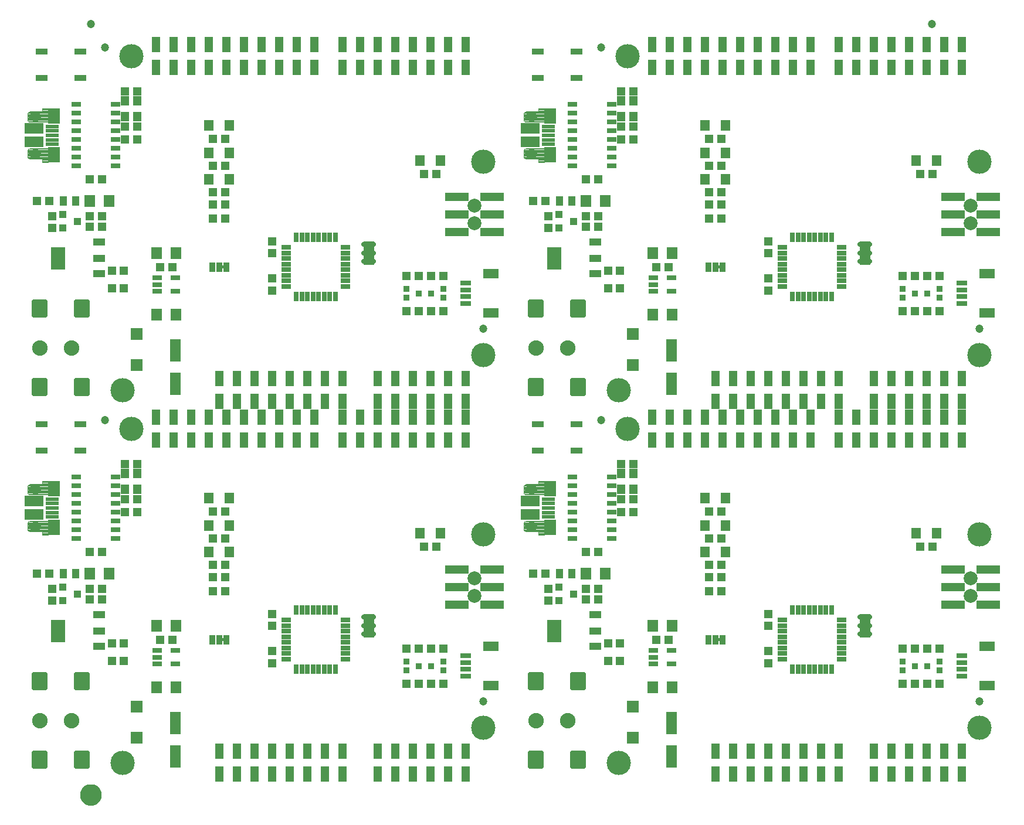
<source format=gts>
G75*
%MOIN*%
%OFA0B0*%
%FSLAX25Y25*%
%IPPOS*%
%LPD*%
%AMOC8*
5,1,8,0,0,1.08239X$1,22.5*
%
%ADD10R,0.04737X0.05131*%
%ADD11R,0.05131X0.04737*%
%ADD12R,0.06312X0.07099*%
%ADD13R,0.06312X0.12611*%
%ADD14R,0.04343X0.03950*%
%ADD15R,0.06800X0.04000*%
%ADD16R,0.08300X0.13100*%
%ADD17C,0.13800*%
%ADD18C,0.04737*%
%ADD19R,0.04737X0.08674*%
%ADD20C,0.02572*%
%ADD21R,0.06040X0.13760*%
%ADD22C,0.07887*%
%ADD23R,0.13280X0.04737*%
%ADD24R,0.05524X0.06312*%
%ADD25R,0.06800X0.03800*%
%ADD26R,0.06587X0.06800*%
%ADD27R,0.03950X0.05524*%
%ADD28C,0.02602*%
%ADD29C,0.08800*%
%ADD30R,0.03556X0.03556*%
%ADD31R,0.05800X0.03000*%
%ADD32R,0.03000X0.05800*%
%ADD33R,0.05524X0.02965*%
%ADD34R,0.05524X0.03162*%
%ADD35R,0.05131X0.05524*%
%ADD36R,0.07690X0.02375*%
%ADD37R,0.06548X0.08674*%
%ADD38R,0.10643X0.06410*%
%ADD39C,0.04737*%
%ADD40C,0.05131*%
%ADD41C,0.03556*%
%ADD42C,0.00400*%
%ADD43C,0.03398*%
%ADD44R,0.03300X0.05800*%
%ADD45C,0.00500*%
%ADD46R,0.08674X0.05524*%
%ADD47R,0.06115X0.03162*%
%ADD48C,0.05000*%
%ADD49C,0.06706*%
D10*
X0053750Y0130904D03*
X0053750Y0137596D03*
X0178750Y0123317D03*
X0178750Y0116624D03*
X0178750Y0102096D03*
X0178750Y0095404D03*
X0335750Y0130904D03*
X0335750Y0137596D03*
X0460750Y0123317D03*
X0460750Y0116624D03*
X0460750Y0102096D03*
X0460750Y0095404D03*
X0460750Y0307404D03*
X0460750Y0314096D03*
X0460750Y0328624D03*
X0460750Y0335317D03*
X0335750Y0342904D03*
X0335750Y0349596D03*
X0178750Y0335317D03*
X0178750Y0328624D03*
X0178750Y0314096D03*
X0178750Y0307404D03*
X0053750Y0342904D03*
X0053750Y0349596D03*
D11*
X0052096Y0358250D03*
X0045404Y0358250D03*
X0075404Y0349750D03*
X0075404Y0343750D03*
X0082096Y0343750D03*
X0082096Y0349750D03*
X0082096Y0370750D03*
X0075404Y0370750D03*
X0095404Y0393250D03*
X0102096Y0393250D03*
X0102096Y0400750D03*
X0095404Y0400750D03*
X0095404Y0420750D03*
X0102096Y0420750D03*
X0145404Y0393750D03*
X0152096Y0393750D03*
X0152096Y0378250D03*
X0145404Y0378250D03*
X0145404Y0363250D03*
X0152096Y0363250D03*
X0152096Y0356250D03*
X0145404Y0356250D03*
X0145404Y0348250D03*
X0152096Y0348250D03*
X0122096Y0320750D03*
X0115404Y0320750D03*
X0094596Y0318750D03*
X0087904Y0318750D03*
X0087904Y0308750D03*
X0094596Y0308750D03*
X0095404Y0208750D03*
X0102096Y0208750D03*
X0102096Y0188750D03*
X0095404Y0188750D03*
X0095404Y0181250D03*
X0102096Y0181250D03*
X0082096Y0158750D03*
X0075404Y0158750D03*
X0052096Y0146250D03*
X0045404Y0146250D03*
X0075404Y0137750D03*
X0075404Y0131750D03*
X0082096Y0131750D03*
X0082096Y0137750D03*
X0087904Y0106750D03*
X0094596Y0106750D03*
X0094596Y0096750D03*
X0087904Y0096750D03*
X0115404Y0108750D03*
X0122096Y0108750D03*
X0145404Y0136250D03*
X0152096Y0136250D03*
X0152096Y0144250D03*
X0145404Y0144250D03*
X0145404Y0151250D03*
X0152096Y0151250D03*
X0152096Y0166250D03*
X0145404Y0166250D03*
X0145404Y0181750D03*
X0152096Y0181750D03*
X0255404Y0103750D03*
X0262096Y0103750D03*
X0269404Y0103750D03*
X0276096Y0103750D03*
X0276096Y0083750D03*
X0269404Y0083750D03*
X0262096Y0083750D03*
X0255404Y0083750D03*
X0327404Y0146250D03*
X0334096Y0146250D03*
X0357404Y0137750D03*
X0357404Y0131750D03*
X0364096Y0131750D03*
X0364096Y0137750D03*
X0364096Y0158750D03*
X0357404Y0158750D03*
X0377404Y0181250D03*
X0384096Y0181250D03*
X0384096Y0188750D03*
X0377404Y0188750D03*
X0377404Y0208750D03*
X0384096Y0208750D03*
X0427404Y0181750D03*
X0434096Y0181750D03*
X0434096Y0166250D03*
X0427404Y0166250D03*
X0427404Y0151250D03*
X0434096Y0151250D03*
X0434096Y0144250D03*
X0427404Y0144250D03*
X0427404Y0136250D03*
X0434096Y0136250D03*
X0404096Y0108750D03*
X0397404Y0108750D03*
X0376596Y0106750D03*
X0369904Y0106750D03*
X0369904Y0096750D03*
X0376596Y0096750D03*
X0272096Y0161750D03*
X0265404Y0161750D03*
X0262096Y0295750D03*
X0255404Y0295750D03*
X0269404Y0295750D03*
X0276096Y0295750D03*
X0276096Y0315750D03*
X0269404Y0315750D03*
X0262096Y0315750D03*
X0255404Y0315750D03*
X0327404Y0358250D03*
X0334096Y0358250D03*
X0357404Y0349750D03*
X0357404Y0343750D03*
X0364096Y0343750D03*
X0364096Y0349750D03*
X0364096Y0370750D03*
X0357404Y0370750D03*
X0377404Y0393250D03*
X0384096Y0393250D03*
X0384096Y0400750D03*
X0377404Y0400750D03*
X0377404Y0420750D03*
X0384096Y0420750D03*
X0427404Y0393750D03*
X0434096Y0393750D03*
X0434096Y0378250D03*
X0427404Y0378250D03*
X0427404Y0363250D03*
X0434096Y0363250D03*
X0434096Y0356250D03*
X0427404Y0356250D03*
X0427404Y0348250D03*
X0434096Y0348250D03*
X0404096Y0320750D03*
X0397404Y0320750D03*
X0376596Y0318750D03*
X0369904Y0318750D03*
X0369904Y0308750D03*
X0376596Y0308750D03*
X0272096Y0373750D03*
X0265404Y0373750D03*
X0537404Y0315750D03*
X0544096Y0315750D03*
X0551404Y0315750D03*
X0558096Y0315750D03*
X0558096Y0295750D03*
X0551404Y0295750D03*
X0544096Y0295750D03*
X0537404Y0295750D03*
X0547404Y0373750D03*
X0554096Y0373750D03*
X0554096Y0161750D03*
X0547404Y0161750D03*
X0544096Y0103750D03*
X0537404Y0103750D03*
X0551404Y0103750D03*
X0558096Y0103750D03*
X0558096Y0083750D03*
X0551404Y0083750D03*
X0544096Y0083750D03*
X0537404Y0083750D03*
D12*
X0406262Y0081750D03*
X0395238Y0081750D03*
X0395238Y0116750D03*
X0406262Y0116750D03*
X0368262Y0146250D03*
X0357238Y0146250D03*
X0395238Y0293750D03*
X0406262Y0293750D03*
X0406262Y0328750D03*
X0395238Y0328750D03*
X0368262Y0358250D03*
X0357238Y0358250D03*
X0124262Y0328750D03*
X0113238Y0328750D03*
X0086262Y0358250D03*
X0075238Y0358250D03*
X0113238Y0293750D03*
X0124262Y0293750D03*
X0086262Y0146250D03*
X0075238Y0146250D03*
X0113238Y0116750D03*
X0124262Y0116750D03*
X0124262Y0081750D03*
X0113238Y0081750D03*
D13*
X0123750Y0061199D03*
X0123750Y0042301D03*
X0405750Y0042301D03*
X0405750Y0061199D03*
X0405750Y0254301D03*
X0405750Y0273199D03*
X0123750Y0273199D03*
X0123750Y0254301D03*
D14*
X0068081Y0346750D03*
X0059813Y0350490D03*
X0059813Y0343010D03*
X0059813Y0138490D03*
X0059813Y0131010D03*
X0068081Y0134750D03*
X0341813Y0131010D03*
X0341813Y0138490D03*
X0350081Y0134750D03*
X0341813Y0343010D03*
X0341813Y0350490D03*
X0350081Y0346750D03*
D15*
X0362640Y0334760D03*
X0362640Y0325750D03*
X0362640Y0316810D03*
X0362640Y0122760D03*
X0362640Y0113750D03*
X0362640Y0104810D03*
X0080640Y0104810D03*
X0080640Y0113750D03*
X0080640Y0122760D03*
X0080640Y0316810D03*
X0080640Y0325750D03*
X0080640Y0334760D03*
D16*
X0057250Y0325750D03*
X0339250Y0325750D03*
X0339250Y0113750D03*
X0057250Y0113750D03*
D17*
X0093750Y0038750D03*
X0298750Y0058750D03*
X0375750Y0038750D03*
X0298750Y0168750D03*
X0380750Y0228750D03*
X0375750Y0250750D03*
X0298750Y0270750D03*
X0298750Y0380750D03*
X0380750Y0440750D03*
X0580750Y0380750D03*
X0580750Y0270750D03*
X0580750Y0168750D03*
X0580750Y0058750D03*
X0098750Y0228750D03*
X0093750Y0250750D03*
X0098750Y0440750D03*
D18*
X0083750Y0445750D03*
X0075750Y0459000D03*
X0298750Y0285750D03*
X0365750Y0233750D03*
X0298750Y0073750D03*
X0083750Y0233750D03*
X0365750Y0445750D03*
X0553750Y0459000D03*
X0580750Y0285750D03*
X0580750Y0073750D03*
D19*
X0570750Y0045246D03*
X0560750Y0045246D03*
X0550750Y0045246D03*
X0540750Y0045246D03*
X0530750Y0045246D03*
X0520750Y0045246D03*
X0520750Y0032254D03*
X0530750Y0032254D03*
X0540750Y0032254D03*
X0550750Y0032254D03*
X0560750Y0032254D03*
X0570750Y0032254D03*
X0500750Y0032254D03*
X0490750Y0032254D03*
X0480750Y0032254D03*
X0470750Y0032254D03*
X0460750Y0032254D03*
X0450750Y0032254D03*
X0440750Y0032254D03*
X0430750Y0032254D03*
X0430750Y0045246D03*
X0440750Y0045246D03*
X0450750Y0045246D03*
X0460750Y0045246D03*
X0470750Y0045246D03*
X0480750Y0045246D03*
X0490750Y0045246D03*
X0500750Y0045246D03*
X0288750Y0045246D03*
X0278750Y0045246D03*
X0268750Y0045246D03*
X0258750Y0045246D03*
X0248750Y0045246D03*
X0238750Y0045246D03*
X0238750Y0032254D03*
X0248750Y0032254D03*
X0258750Y0032254D03*
X0268750Y0032254D03*
X0278750Y0032254D03*
X0288750Y0032254D03*
X0218750Y0032254D03*
X0208750Y0032254D03*
X0198750Y0032254D03*
X0188750Y0032254D03*
X0178750Y0032254D03*
X0168750Y0032254D03*
X0158750Y0032254D03*
X0148750Y0032254D03*
X0148750Y0045246D03*
X0158750Y0045246D03*
X0168750Y0045246D03*
X0178750Y0045246D03*
X0188750Y0045246D03*
X0198750Y0045246D03*
X0208750Y0045246D03*
X0218750Y0045246D03*
X0218750Y0222254D03*
X0228750Y0222254D03*
X0238750Y0222254D03*
X0248750Y0222254D03*
X0258750Y0222254D03*
X0268750Y0222254D03*
X0278750Y0222254D03*
X0288750Y0222254D03*
X0288750Y0235246D03*
X0278750Y0235246D03*
X0278750Y0244254D03*
X0288750Y0244254D03*
X0288750Y0257246D03*
X0278750Y0257246D03*
X0268750Y0257246D03*
X0258750Y0257246D03*
X0248750Y0257246D03*
X0238750Y0257246D03*
X0238750Y0244254D03*
X0238750Y0235246D03*
X0228750Y0235246D03*
X0218750Y0235246D03*
X0218750Y0244254D03*
X0208750Y0244254D03*
X0198750Y0244254D03*
X0202750Y0235246D03*
X0192750Y0235246D03*
X0188750Y0244254D03*
X0178750Y0244254D03*
X0182750Y0235246D03*
X0172750Y0235246D03*
X0168750Y0244254D03*
X0158750Y0244254D03*
X0148750Y0244254D03*
X0152750Y0235246D03*
X0142750Y0235246D03*
X0132750Y0235246D03*
X0122750Y0235246D03*
X0112750Y0235246D03*
X0112750Y0222254D03*
X0122750Y0222254D03*
X0132750Y0222254D03*
X0142750Y0222254D03*
X0152750Y0222254D03*
X0162750Y0222254D03*
X0172750Y0222254D03*
X0182750Y0222254D03*
X0192750Y0222254D03*
X0202750Y0222254D03*
X0162750Y0235246D03*
X0158750Y0257246D03*
X0148750Y0257246D03*
X0168750Y0257246D03*
X0178750Y0257246D03*
X0188750Y0257246D03*
X0198750Y0257246D03*
X0208750Y0257246D03*
X0218750Y0257246D03*
X0248750Y0244254D03*
X0258750Y0244254D03*
X0268750Y0244254D03*
X0268750Y0235246D03*
X0258750Y0235246D03*
X0248750Y0235246D03*
X0394750Y0235246D03*
X0404750Y0235246D03*
X0414750Y0235246D03*
X0424750Y0235246D03*
X0434750Y0235246D03*
X0444750Y0235246D03*
X0440750Y0244254D03*
X0450750Y0244254D03*
X0454750Y0235246D03*
X0464750Y0235246D03*
X0460750Y0244254D03*
X0470750Y0244254D03*
X0480750Y0244254D03*
X0484750Y0235246D03*
X0474750Y0235246D03*
X0490750Y0244254D03*
X0500750Y0244254D03*
X0500750Y0235246D03*
X0510750Y0235246D03*
X0520750Y0235246D03*
X0530750Y0235246D03*
X0530750Y0244254D03*
X0520750Y0244254D03*
X0520750Y0257246D03*
X0530750Y0257246D03*
X0540750Y0257246D03*
X0550750Y0257246D03*
X0560750Y0257246D03*
X0570750Y0257246D03*
X0570750Y0244254D03*
X0560750Y0244254D03*
X0560750Y0235246D03*
X0570750Y0235246D03*
X0570750Y0222254D03*
X0560750Y0222254D03*
X0550750Y0222254D03*
X0540750Y0222254D03*
X0530750Y0222254D03*
X0520750Y0222254D03*
X0510750Y0222254D03*
X0500750Y0222254D03*
X0484750Y0222254D03*
X0474750Y0222254D03*
X0464750Y0222254D03*
X0454750Y0222254D03*
X0444750Y0222254D03*
X0434750Y0222254D03*
X0424750Y0222254D03*
X0414750Y0222254D03*
X0404750Y0222254D03*
X0394750Y0222254D03*
X0430750Y0244254D03*
X0430750Y0257246D03*
X0440750Y0257246D03*
X0450750Y0257246D03*
X0460750Y0257246D03*
X0470750Y0257246D03*
X0480750Y0257246D03*
X0490750Y0257246D03*
X0500750Y0257246D03*
X0540750Y0244254D03*
X0550750Y0244254D03*
X0550750Y0235246D03*
X0540750Y0235246D03*
X0540750Y0434254D03*
X0550750Y0434254D03*
X0560750Y0434254D03*
X0570750Y0434254D03*
X0570750Y0447246D03*
X0560750Y0447246D03*
X0550750Y0447246D03*
X0540750Y0447246D03*
X0530750Y0447246D03*
X0520750Y0447246D03*
X0510750Y0447246D03*
X0500750Y0447246D03*
X0484750Y0447246D03*
X0474750Y0447246D03*
X0464750Y0447246D03*
X0454750Y0447246D03*
X0444750Y0447246D03*
X0434750Y0447246D03*
X0424750Y0447246D03*
X0414750Y0447246D03*
X0404750Y0447246D03*
X0394750Y0447246D03*
X0394750Y0434254D03*
X0404750Y0434254D03*
X0414750Y0434254D03*
X0424750Y0434254D03*
X0434750Y0434254D03*
X0444750Y0434254D03*
X0454750Y0434254D03*
X0464750Y0434254D03*
X0474750Y0434254D03*
X0484750Y0434254D03*
X0500750Y0434254D03*
X0510750Y0434254D03*
X0520750Y0434254D03*
X0530750Y0434254D03*
X0288750Y0434254D03*
X0278750Y0434254D03*
X0268750Y0434254D03*
X0258750Y0434254D03*
X0248750Y0434254D03*
X0238750Y0434254D03*
X0228750Y0434254D03*
X0218750Y0434254D03*
X0202750Y0434254D03*
X0192750Y0434254D03*
X0182750Y0434254D03*
X0172750Y0434254D03*
X0162750Y0434254D03*
X0152750Y0434254D03*
X0142750Y0434254D03*
X0132750Y0434254D03*
X0122750Y0434254D03*
X0112750Y0434254D03*
X0112750Y0447246D03*
X0122750Y0447246D03*
X0132750Y0447246D03*
X0142750Y0447246D03*
X0152750Y0447246D03*
X0162750Y0447246D03*
X0172750Y0447246D03*
X0182750Y0447246D03*
X0192750Y0447246D03*
X0202750Y0447246D03*
X0218750Y0447246D03*
X0228750Y0447246D03*
X0238750Y0447246D03*
X0248750Y0447246D03*
X0258750Y0447246D03*
X0268750Y0447246D03*
X0278750Y0447246D03*
X0288750Y0447246D03*
D20*
X0236614Y0333474D02*
X0230886Y0333474D01*
X0230886Y0328750D02*
X0236614Y0328750D01*
X0236614Y0324026D02*
X0230886Y0324026D01*
X0230886Y0121474D02*
X0236614Y0121474D01*
X0236614Y0116750D02*
X0230886Y0116750D01*
X0230886Y0112026D02*
X0236614Y0112026D01*
X0512886Y0112026D02*
X0518614Y0112026D01*
X0518614Y0116750D02*
X0512886Y0116750D01*
X0512886Y0121474D02*
X0518614Y0121474D01*
X0518614Y0324026D02*
X0512886Y0324026D01*
X0512886Y0328750D02*
X0518614Y0328750D01*
X0518614Y0333474D02*
X0512886Y0333474D01*
D21*
X0515760Y0328740D03*
X0233760Y0328740D03*
X0233760Y0116740D03*
X0515760Y0116740D03*
D22*
X0575750Y0133750D03*
X0575750Y0143750D03*
X0575750Y0345750D03*
X0575750Y0355750D03*
X0293750Y0355750D03*
X0293750Y0345750D03*
X0293750Y0143750D03*
X0293750Y0133750D03*
D23*
X0283750Y0128750D03*
X0283750Y0138750D03*
X0283750Y0148750D03*
X0303750Y0148750D03*
X0303750Y0138750D03*
X0303750Y0128750D03*
X0565750Y0128750D03*
X0565750Y0138750D03*
X0565750Y0148750D03*
X0585750Y0148750D03*
X0585750Y0138750D03*
X0585750Y0128750D03*
X0585750Y0340750D03*
X0585750Y0350750D03*
X0585750Y0360750D03*
X0565750Y0360750D03*
X0565750Y0350750D03*
X0565750Y0340750D03*
X0303750Y0340750D03*
X0303750Y0350750D03*
X0303750Y0360750D03*
X0283750Y0360750D03*
X0283750Y0350750D03*
X0283750Y0340750D03*
D24*
X0274656Y0381250D03*
X0262844Y0381250D03*
X0154656Y0385750D03*
X0142844Y0385750D03*
X0142844Y0370750D03*
X0154656Y0370750D03*
X0154656Y0401250D03*
X0142844Y0401250D03*
X0424844Y0401250D03*
X0436656Y0401250D03*
X0436656Y0385750D03*
X0424844Y0385750D03*
X0424844Y0370750D03*
X0436656Y0370750D03*
X0544844Y0381250D03*
X0556656Y0381250D03*
X0436656Y0189250D03*
X0424844Y0189250D03*
X0424844Y0173750D03*
X0436656Y0173750D03*
X0436656Y0158750D03*
X0424844Y0158750D03*
X0544844Y0169250D03*
X0556656Y0169250D03*
X0274656Y0169250D03*
X0262844Y0169250D03*
X0154656Y0173750D03*
X0142844Y0173750D03*
X0142844Y0158750D03*
X0154656Y0158750D03*
X0154656Y0189250D03*
X0142844Y0189250D03*
D25*
X0069750Y0216250D03*
X0069750Y0231250D03*
X0047750Y0231250D03*
X0047750Y0216250D03*
X0329750Y0216250D03*
X0329750Y0231250D03*
X0351750Y0231250D03*
X0351750Y0216250D03*
X0351750Y0428250D03*
X0351750Y0443250D03*
X0329750Y0443250D03*
X0329750Y0428250D03*
X0069750Y0428250D03*
X0069750Y0443250D03*
X0047750Y0443250D03*
X0047750Y0428250D03*
D26*
X0101750Y0282715D03*
X0101750Y0264785D03*
X0101750Y0070715D03*
X0101750Y0052785D03*
X0383750Y0052785D03*
X0383750Y0070715D03*
X0383750Y0264785D03*
X0383750Y0282715D03*
D27*
X0349293Y0358250D03*
X0342207Y0358250D03*
X0067293Y0358250D03*
X0060207Y0358250D03*
X0060207Y0146250D03*
X0067293Y0146250D03*
X0342207Y0146250D03*
X0349293Y0146250D03*
D28*
X0049786Y0036486D02*
X0043714Y0036486D01*
X0043714Y0044132D01*
X0049786Y0044132D01*
X0049786Y0036486D01*
X0049786Y0039087D02*
X0043714Y0039087D01*
X0043714Y0041688D02*
X0049786Y0041688D01*
X0067730Y0036486D02*
X0073802Y0036486D01*
X0067730Y0036486D02*
X0067730Y0044132D01*
X0073802Y0044132D01*
X0073802Y0036486D01*
X0073802Y0039087D02*
X0067730Y0039087D01*
X0067730Y0041688D02*
X0073802Y0041688D01*
X0073802Y0081368D02*
X0067730Y0081368D01*
X0067730Y0089014D01*
X0073802Y0089014D01*
X0073802Y0081368D01*
X0073802Y0083969D02*
X0067730Y0083969D01*
X0067730Y0086570D02*
X0073802Y0086570D01*
X0049786Y0081368D02*
X0043714Y0081368D01*
X0043714Y0089014D01*
X0049786Y0089014D01*
X0049786Y0081368D01*
X0049786Y0083969D02*
X0043714Y0083969D01*
X0043714Y0086570D02*
X0049786Y0086570D01*
X0049786Y0248486D02*
X0043714Y0248486D01*
X0043714Y0256132D01*
X0049786Y0256132D01*
X0049786Y0248486D01*
X0049786Y0251087D02*
X0043714Y0251087D01*
X0043714Y0253688D02*
X0049786Y0253688D01*
X0067730Y0248486D02*
X0073802Y0248486D01*
X0067730Y0248486D02*
X0067730Y0256132D01*
X0073802Y0256132D01*
X0073802Y0248486D01*
X0073802Y0251087D02*
X0067730Y0251087D01*
X0067730Y0253688D02*
X0073802Y0253688D01*
X0073802Y0293368D02*
X0067730Y0293368D01*
X0067730Y0301014D01*
X0073802Y0301014D01*
X0073802Y0293368D01*
X0073802Y0295969D02*
X0067730Y0295969D01*
X0067730Y0298570D02*
X0073802Y0298570D01*
X0049786Y0293368D02*
X0043714Y0293368D01*
X0043714Y0301014D01*
X0049786Y0301014D01*
X0049786Y0293368D01*
X0049786Y0295969D02*
X0043714Y0295969D01*
X0043714Y0298570D02*
X0049786Y0298570D01*
X0325714Y0293368D02*
X0331786Y0293368D01*
X0325714Y0293368D02*
X0325714Y0301014D01*
X0331786Y0301014D01*
X0331786Y0293368D01*
X0331786Y0295969D02*
X0325714Y0295969D01*
X0325714Y0298570D02*
X0331786Y0298570D01*
X0349730Y0293368D02*
X0355802Y0293368D01*
X0349730Y0293368D02*
X0349730Y0301014D01*
X0355802Y0301014D01*
X0355802Y0293368D01*
X0355802Y0295969D02*
X0349730Y0295969D01*
X0349730Y0298570D02*
X0355802Y0298570D01*
X0355802Y0248486D02*
X0349730Y0248486D01*
X0349730Y0256132D01*
X0355802Y0256132D01*
X0355802Y0248486D01*
X0355802Y0251087D02*
X0349730Y0251087D01*
X0349730Y0253688D02*
X0355802Y0253688D01*
X0331786Y0248486D02*
X0325714Y0248486D01*
X0325714Y0256132D01*
X0331786Y0256132D01*
X0331786Y0248486D01*
X0331786Y0251087D02*
X0325714Y0251087D01*
X0325714Y0253688D02*
X0331786Y0253688D01*
X0331786Y0081368D02*
X0325714Y0081368D01*
X0325714Y0089014D01*
X0331786Y0089014D01*
X0331786Y0081368D01*
X0331786Y0083969D02*
X0325714Y0083969D01*
X0325714Y0086570D02*
X0331786Y0086570D01*
X0349730Y0081368D02*
X0355802Y0081368D01*
X0349730Y0081368D02*
X0349730Y0089014D01*
X0355802Y0089014D01*
X0355802Y0081368D01*
X0355802Y0083969D02*
X0349730Y0083969D01*
X0349730Y0086570D02*
X0355802Y0086570D01*
X0355802Y0036486D02*
X0349730Y0036486D01*
X0349730Y0044132D01*
X0355802Y0044132D01*
X0355802Y0036486D01*
X0355802Y0039087D02*
X0349730Y0039087D01*
X0349730Y0041688D02*
X0355802Y0041688D01*
X0331786Y0036486D02*
X0325714Y0036486D01*
X0325714Y0044132D01*
X0331786Y0044132D01*
X0331786Y0036486D01*
X0331786Y0039087D02*
X0325714Y0039087D01*
X0325714Y0041688D02*
X0331786Y0041688D01*
D29*
X0328750Y0062750D03*
X0346750Y0062750D03*
X0064750Y0062750D03*
X0046750Y0062750D03*
X0046750Y0274750D03*
X0064750Y0274750D03*
X0328750Y0274750D03*
X0346750Y0274750D03*
D30*
X0276392Y0303191D03*
X0276392Y0308309D03*
X0269108Y0305750D03*
X0262392Y0305750D03*
X0255108Y0308309D03*
X0255108Y0303191D03*
X0537108Y0303191D03*
X0537108Y0308309D03*
X0544392Y0305750D03*
X0551108Y0305750D03*
X0558392Y0308309D03*
X0558392Y0303191D03*
X0558392Y0096309D03*
X0558392Y0091191D03*
X0551108Y0093750D03*
X0544392Y0093750D03*
X0537108Y0091191D03*
X0537108Y0096309D03*
X0276392Y0096309D03*
X0276392Y0091191D03*
X0269108Y0093750D03*
X0262392Y0093750D03*
X0255108Y0091191D03*
X0255108Y0096309D03*
D31*
X0220650Y0097726D03*
X0220650Y0100876D03*
X0220650Y0104026D03*
X0220650Y0107175D03*
X0220650Y0110325D03*
X0220650Y0113474D03*
X0220650Y0116624D03*
X0220650Y0119774D03*
X0186850Y0119774D03*
X0186850Y0116624D03*
X0186850Y0113474D03*
X0186850Y0110325D03*
X0186850Y0107175D03*
X0186850Y0104026D03*
X0186850Y0100876D03*
X0186850Y0097726D03*
X0468850Y0097726D03*
X0468850Y0100876D03*
X0468850Y0104026D03*
X0468850Y0107175D03*
X0468850Y0110325D03*
X0468850Y0113474D03*
X0468850Y0116624D03*
X0468850Y0119774D03*
X0502650Y0119774D03*
X0502650Y0116624D03*
X0502650Y0113474D03*
X0502650Y0110325D03*
X0502650Y0107175D03*
X0502650Y0104026D03*
X0502650Y0100876D03*
X0502650Y0097726D03*
X0502650Y0309726D03*
X0502650Y0312876D03*
X0502650Y0316026D03*
X0502650Y0319175D03*
X0502650Y0322325D03*
X0502650Y0325474D03*
X0502650Y0328624D03*
X0502650Y0331774D03*
X0468850Y0331774D03*
X0468850Y0328624D03*
X0468850Y0325474D03*
X0468850Y0322325D03*
X0468850Y0319175D03*
X0468850Y0316026D03*
X0468850Y0312876D03*
X0468850Y0309726D03*
X0220650Y0309726D03*
X0220650Y0312876D03*
X0220650Y0316026D03*
X0220650Y0319175D03*
X0220650Y0322325D03*
X0220650Y0325474D03*
X0220650Y0328624D03*
X0220650Y0331774D03*
X0186850Y0331774D03*
X0186850Y0328624D03*
X0186850Y0325474D03*
X0186850Y0322325D03*
X0186850Y0319175D03*
X0186850Y0316026D03*
X0186850Y0312876D03*
X0186850Y0309726D03*
D32*
X0192726Y0303850D03*
X0195876Y0303850D03*
X0199026Y0303850D03*
X0202175Y0303850D03*
X0205325Y0303850D03*
X0208474Y0303850D03*
X0211624Y0303850D03*
X0214774Y0303850D03*
X0214774Y0337650D03*
X0211624Y0337650D03*
X0208474Y0337650D03*
X0205325Y0337650D03*
X0202175Y0337650D03*
X0199026Y0337650D03*
X0195876Y0337650D03*
X0192726Y0337650D03*
X0474726Y0337650D03*
X0477876Y0337650D03*
X0481026Y0337650D03*
X0484175Y0337650D03*
X0487325Y0337650D03*
X0490474Y0337650D03*
X0493624Y0337650D03*
X0496774Y0337650D03*
X0496774Y0303850D03*
X0493624Y0303850D03*
X0490474Y0303850D03*
X0487325Y0303850D03*
X0484175Y0303850D03*
X0481026Y0303850D03*
X0477876Y0303850D03*
X0474726Y0303850D03*
X0474726Y0125650D03*
X0477876Y0125650D03*
X0481026Y0125650D03*
X0484175Y0125650D03*
X0487325Y0125650D03*
X0490474Y0125650D03*
X0493624Y0125650D03*
X0496774Y0125650D03*
X0496774Y0091850D03*
X0493624Y0091850D03*
X0490474Y0091850D03*
X0487325Y0091850D03*
X0484175Y0091850D03*
X0481026Y0091850D03*
X0477876Y0091850D03*
X0474726Y0091850D03*
X0214774Y0091850D03*
X0211624Y0091850D03*
X0208474Y0091850D03*
X0205325Y0091850D03*
X0202175Y0091850D03*
X0199026Y0091850D03*
X0195876Y0091850D03*
X0192726Y0091850D03*
X0192726Y0125650D03*
X0195876Y0125650D03*
X0199026Y0125650D03*
X0202175Y0125650D03*
X0205325Y0125650D03*
X0208474Y0125650D03*
X0211624Y0125650D03*
X0214774Y0125650D03*
D33*
X0123869Y0102490D03*
X0123869Y0095010D03*
X0113631Y0095010D03*
X0113631Y0098750D03*
X0113631Y0102490D03*
X0395631Y0102490D03*
X0395631Y0098750D03*
X0395631Y0095010D03*
X0405869Y0095010D03*
X0405869Y0102490D03*
X0405869Y0307010D03*
X0405869Y0314490D03*
X0395631Y0314490D03*
X0395631Y0310750D03*
X0395631Y0307010D03*
X0123869Y0307010D03*
X0123869Y0314490D03*
X0113631Y0314490D03*
X0113631Y0310750D03*
X0113631Y0307010D03*
D34*
X0089774Y0378250D03*
X0089774Y0383250D03*
X0089774Y0388250D03*
X0089774Y0393250D03*
X0089774Y0398250D03*
X0089774Y0403250D03*
X0089774Y0408250D03*
X0089774Y0413250D03*
X0067726Y0413250D03*
X0067726Y0408250D03*
X0067726Y0403250D03*
X0067726Y0398250D03*
X0067726Y0393250D03*
X0067726Y0388250D03*
X0067726Y0383250D03*
X0067726Y0378250D03*
X0067726Y0201250D03*
X0067726Y0196250D03*
X0067726Y0191250D03*
X0067726Y0186250D03*
X0067726Y0181250D03*
X0067726Y0176250D03*
X0067726Y0171250D03*
X0067726Y0166250D03*
X0089774Y0166250D03*
X0089774Y0171250D03*
X0089774Y0176250D03*
X0089774Y0181250D03*
X0089774Y0186250D03*
X0089774Y0191250D03*
X0089774Y0196250D03*
X0089774Y0201250D03*
X0349726Y0201250D03*
X0349726Y0196250D03*
X0349726Y0191250D03*
X0349726Y0186250D03*
X0349726Y0181250D03*
X0349726Y0176250D03*
X0349726Y0171250D03*
X0349726Y0166250D03*
X0371774Y0166250D03*
X0371774Y0171250D03*
X0371774Y0176250D03*
X0371774Y0181250D03*
X0371774Y0186250D03*
X0371774Y0191250D03*
X0371774Y0196250D03*
X0371774Y0201250D03*
X0371774Y0378250D03*
X0371774Y0383250D03*
X0371774Y0388250D03*
X0371774Y0393250D03*
X0371774Y0398250D03*
X0371774Y0403250D03*
X0371774Y0408250D03*
X0371774Y0413250D03*
X0349726Y0413250D03*
X0349726Y0408250D03*
X0349726Y0403250D03*
X0349726Y0398250D03*
X0349726Y0393250D03*
X0349726Y0388250D03*
X0349726Y0383250D03*
X0349726Y0378250D03*
D35*
X0377305Y0406124D03*
X0384195Y0406124D03*
X0384195Y0415376D03*
X0377305Y0415376D03*
X0102195Y0415376D03*
X0095305Y0415376D03*
X0095305Y0406124D03*
X0102195Y0406124D03*
X0102195Y0203376D03*
X0095305Y0203376D03*
X0095305Y0194124D03*
X0102195Y0194124D03*
X0377305Y0194124D03*
X0384195Y0194124D03*
X0384195Y0203376D03*
X0377305Y0203376D03*
D36*
X0335990Y0188744D03*
X0335990Y0186185D03*
X0335990Y0183626D03*
X0335990Y0181067D03*
X0335990Y0178508D03*
X0053990Y0178508D03*
X0053990Y0181067D03*
X0053990Y0183626D03*
X0053990Y0186185D03*
X0053990Y0188744D03*
X0053990Y0390508D03*
X0053990Y0393067D03*
X0053990Y0395626D03*
X0053990Y0398185D03*
X0053990Y0400744D03*
X0335990Y0400744D03*
X0335990Y0398185D03*
X0335990Y0395626D03*
X0335990Y0393067D03*
X0335990Y0390508D03*
D37*
X0337073Y0384604D03*
X0337073Y0406748D03*
X0055073Y0406748D03*
X0055073Y0384604D03*
X0055073Y0194748D03*
X0055073Y0172604D03*
X0337073Y0172604D03*
X0337073Y0194748D03*
D38*
X0325439Y0187603D03*
X0325428Y0179828D03*
X0043428Y0179828D03*
X0043439Y0187603D03*
X0043428Y0391828D03*
X0043439Y0399603D03*
X0325439Y0399603D03*
X0325428Y0391828D03*
D39*
X0336434Y0385957D02*
X0337616Y0385957D01*
X0336434Y0385957D02*
X0336434Y0385957D01*
X0337616Y0385957D01*
X0337616Y0385957D01*
X0337656Y0405073D02*
X0336474Y0405073D01*
X0336474Y0405073D01*
X0337656Y0405073D01*
X0337656Y0405073D01*
X0055656Y0405073D02*
X0054474Y0405073D01*
X0054474Y0405073D01*
X0055656Y0405073D01*
X0055656Y0405073D01*
X0055616Y0385957D02*
X0054434Y0385957D01*
X0054434Y0385957D01*
X0055616Y0385957D01*
X0055616Y0385957D01*
X0055656Y0193073D02*
X0054474Y0193073D01*
X0054474Y0193073D01*
X0055656Y0193073D01*
X0055656Y0193073D01*
X0055616Y0173957D02*
X0054434Y0173957D01*
X0054434Y0173957D01*
X0055616Y0173957D01*
X0055616Y0173957D01*
X0336434Y0173957D02*
X0337616Y0173957D01*
X0336434Y0173957D02*
X0336434Y0173957D01*
X0337616Y0173957D01*
X0337616Y0173957D01*
X0337656Y0193073D02*
X0336474Y0193073D01*
X0336474Y0193073D01*
X0337656Y0193073D01*
X0337656Y0193073D01*
D40*
X0327035Y0194217D02*
X0325459Y0194217D01*
X0325459Y0194217D01*
X0327035Y0194217D01*
X0327035Y0194217D01*
X0327042Y0173114D02*
X0325466Y0173114D01*
X0325466Y0173114D01*
X0327042Y0173114D01*
X0327042Y0173114D01*
X0045042Y0173114D02*
X0043466Y0173114D01*
X0043466Y0173114D01*
X0045042Y0173114D01*
X0045042Y0173114D01*
X0045035Y0194217D02*
X0043459Y0194217D01*
X0043459Y0194217D01*
X0045035Y0194217D01*
X0045035Y0194217D01*
X0045042Y0385114D02*
X0043466Y0385114D01*
X0043466Y0385114D01*
X0045042Y0385114D01*
X0045042Y0385114D01*
X0045035Y0406217D02*
X0043459Y0406217D01*
X0043459Y0406217D01*
X0045035Y0406217D01*
X0045035Y0406217D01*
X0325459Y0406217D02*
X0327035Y0406217D01*
X0325459Y0406217D02*
X0325459Y0406217D01*
X0327035Y0406217D01*
X0327035Y0406217D01*
X0327042Y0385114D02*
X0325466Y0385114D01*
X0325466Y0385114D01*
X0327042Y0385114D01*
X0327042Y0385114D01*
D41*
X0326285Y0384851D03*
X0325620Y0384855D03*
X0324860Y0384859D03*
X0324198Y0384859D03*
X0324198Y0406355D03*
X0324848Y0406355D03*
X0325632Y0406351D03*
X0326285Y0406351D03*
X0044285Y0406351D03*
X0043632Y0406351D03*
X0042848Y0406355D03*
X0042198Y0406355D03*
X0042198Y0384859D03*
X0042860Y0384859D03*
X0043620Y0384855D03*
X0044285Y0384851D03*
X0044285Y0194351D03*
X0043632Y0194351D03*
X0042848Y0194355D03*
X0042198Y0194355D03*
X0042198Y0172859D03*
X0042860Y0172859D03*
X0043620Y0172855D03*
X0044285Y0172851D03*
X0324198Y0172859D03*
X0324860Y0172859D03*
X0325620Y0172855D03*
X0326285Y0172851D03*
X0326285Y0194351D03*
X0325632Y0194351D03*
X0324848Y0194355D03*
X0324198Y0194355D03*
D42*
X0321830Y0194531D02*
X0333630Y0194531D01*
X0333630Y0194929D02*
X0321830Y0194929D01*
X0321830Y0195328D02*
X0333630Y0195328D01*
X0333630Y0195726D02*
X0321847Y0195726D01*
X0321858Y0195866D02*
X0321962Y0196197D01*
X0322137Y0196497D01*
X0322374Y0196751D01*
X0322662Y0196945D01*
X0322986Y0197070D01*
X0323330Y0197120D01*
X0330286Y0197100D01*
X0330286Y0199000D01*
X0333630Y0199020D01*
X0333630Y0191120D01*
X0330230Y0191120D01*
X0323830Y0191220D01*
X0323330Y0191220D01*
X0323006Y0191245D01*
X0322696Y0191342D01*
X0322415Y0191505D01*
X0322178Y0191727D01*
X0321995Y0191996D01*
X0321877Y0192299D01*
X0321830Y0192620D01*
X0321830Y0195520D01*
X0321858Y0195866D01*
X0321939Y0196125D02*
X0333630Y0196125D01*
X0333630Y0196523D02*
X0322161Y0196523D01*
X0322628Y0196922D02*
X0333630Y0196922D01*
X0333630Y0197320D02*
X0330286Y0197320D01*
X0330286Y0197719D02*
X0333630Y0197719D01*
X0333630Y0198117D02*
X0330286Y0198117D01*
X0330286Y0198516D02*
X0333630Y0198516D01*
X0333630Y0198914D02*
X0330286Y0198914D01*
X0333630Y0194132D02*
X0321830Y0194132D01*
X0321830Y0193734D02*
X0333630Y0193734D01*
X0333630Y0193335D02*
X0321830Y0193335D01*
X0321830Y0192937D02*
X0333630Y0192937D01*
X0333630Y0192538D02*
X0321842Y0192538D01*
X0321939Y0192140D02*
X0333630Y0192140D01*
X0333630Y0191741D02*
X0322168Y0191741D01*
X0322695Y0191343D02*
X0333630Y0191343D01*
X0333630Y0176220D02*
X0323230Y0176120D01*
X0322909Y0176073D01*
X0322606Y0175955D01*
X0322337Y0175772D01*
X0322115Y0175535D01*
X0321952Y0175254D01*
X0321855Y0174944D01*
X0321830Y0174620D01*
X0321830Y0171620D01*
X0321880Y0171276D01*
X0322005Y0170952D01*
X0322199Y0170665D01*
X0322453Y0170427D01*
X0322753Y0170252D01*
X0323084Y0170148D01*
X0323430Y0170120D01*
X0330325Y0170120D01*
X0330325Y0168120D01*
X0333630Y0168120D01*
X0333630Y0176220D01*
X0333630Y0176199D02*
X0331465Y0176199D01*
X0333630Y0175801D02*
X0322378Y0175801D01*
X0322038Y0175402D02*
X0333630Y0175402D01*
X0333630Y0175004D02*
X0321874Y0175004D01*
X0321830Y0174605D02*
X0333630Y0174605D01*
X0333630Y0174207D02*
X0321830Y0174207D01*
X0321830Y0173808D02*
X0333630Y0173808D01*
X0333630Y0173410D02*
X0321830Y0173410D01*
X0321830Y0173011D02*
X0333630Y0173011D01*
X0333630Y0172613D02*
X0321830Y0172613D01*
X0321830Y0172214D02*
X0333630Y0172214D01*
X0333630Y0171816D02*
X0321830Y0171816D01*
X0321860Y0171417D02*
X0333630Y0171417D01*
X0333630Y0171019D02*
X0321980Y0171019D01*
X0322247Y0170620D02*
X0333630Y0170620D01*
X0333630Y0170222D02*
X0322849Y0170222D01*
X0330325Y0169823D02*
X0333630Y0169823D01*
X0333630Y0169424D02*
X0330325Y0169424D01*
X0330325Y0169026D02*
X0333630Y0169026D01*
X0333630Y0168627D02*
X0330325Y0168627D01*
X0330325Y0168229D02*
X0333630Y0168229D01*
X0051630Y0168229D02*
X0048325Y0168229D01*
X0048325Y0168120D02*
X0048325Y0170120D01*
X0041430Y0170120D01*
X0041084Y0170148D01*
X0040753Y0170252D01*
X0040453Y0170427D01*
X0040199Y0170665D01*
X0040005Y0170952D01*
X0039880Y0171276D01*
X0039830Y0171620D01*
X0039830Y0174620D01*
X0039855Y0174944D01*
X0039952Y0175254D01*
X0040115Y0175535D01*
X0040337Y0175772D01*
X0040606Y0175955D01*
X0040909Y0176073D01*
X0041230Y0176120D01*
X0051630Y0176220D01*
X0051630Y0168120D01*
X0048325Y0168120D01*
X0048325Y0168627D02*
X0051630Y0168627D01*
X0051630Y0169026D02*
X0048325Y0169026D01*
X0048325Y0169424D02*
X0051630Y0169424D01*
X0051630Y0169823D02*
X0048325Y0169823D01*
X0051630Y0170222D02*
X0040849Y0170222D01*
X0040247Y0170620D02*
X0051630Y0170620D01*
X0051630Y0171019D02*
X0039980Y0171019D01*
X0039860Y0171417D02*
X0051630Y0171417D01*
X0051630Y0171816D02*
X0039830Y0171816D01*
X0039830Y0172214D02*
X0051630Y0172214D01*
X0051630Y0172613D02*
X0039830Y0172613D01*
X0039830Y0173011D02*
X0051630Y0173011D01*
X0051630Y0173410D02*
X0039830Y0173410D01*
X0039830Y0173808D02*
X0051630Y0173808D01*
X0051630Y0174207D02*
X0039830Y0174207D01*
X0039830Y0174605D02*
X0051630Y0174605D01*
X0051630Y0175004D02*
X0039874Y0175004D01*
X0040038Y0175402D02*
X0051630Y0175402D01*
X0051630Y0175801D02*
X0040378Y0175801D01*
X0049465Y0176199D02*
X0051630Y0176199D01*
X0051630Y0191120D02*
X0048230Y0191120D01*
X0041830Y0191220D01*
X0041330Y0191220D01*
X0041006Y0191245D01*
X0040696Y0191342D01*
X0040415Y0191505D01*
X0040178Y0191727D01*
X0039995Y0191996D01*
X0039877Y0192299D01*
X0039830Y0192620D01*
X0039830Y0195520D01*
X0039858Y0195866D01*
X0039962Y0196197D01*
X0040137Y0196497D01*
X0040374Y0196751D01*
X0040662Y0196945D01*
X0040986Y0197070D01*
X0041330Y0197120D01*
X0048286Y0197100D01*
X0048286Y0199000D01*
X0051630Y0199020D01*
X0051630Y0191120D01*
X0051630Y0191343D02*
X0040695Y0191343D01*
X0040168Y0191741D02*
X0051630Y0191741D01*
X0051630Y0192140D02*
X0039939Y0192140D01*
X0039842Y0192538D02*
X0051630Y0192538D01*
X0051630Y0192937D02*
X0039830Y0192937D01*
X0039830Y0193335D02*
X0051630Y0193335D01*
X0051630Y0193734D02*
X0039830Y0193734D01*
X0039830Y0194132D02*
X0051630Y0194132D01*
X0051630Y0194531D02*
X0039830Y0194531D01*
X0039830Y0194929D02*
X0051630Y0194929D01*
X0051630Y0195328D02*
X0039830Y0195328D01*
X0039847Y0195726D02*
X0051630Y0195726D01*
X0051630Y0196125D02*
X0039939Y0196125D01*
X0040161Y0196523D02*
X0051630Y0196523D01*
X0051630Y0196922D02*
X0040628Y0196922D01*
X0048286Y0197320D02*
X0051630Y0197320D01*
X0051630Y0197719D02*
X0048286Y0197719D01*
X0048286Y0198117D02*
X0051630Y0198117D01*
X0051630Y0198516D02*
X0048286Y0198516D01*
X0048286Y0198914D02*
X0051630Y0198914D01*
X0051630Y0380120D02*
X0048325Y0380120D01*
X0048325Y0382120D01*
X0041430Y0382120D01*
X0041084Y0382148D01*
X0040753Y0382252D01*
X0040453Y0382427D01*
X0040199Y0382665D01*
X0040005Y0382952D01*
X0039880Y0383276D01*
X0039830Y0383620D01*
X0039830Y0386620D01*
X0039855Y0386944D01*
X0039952Y0387254D01*
X0040115Y0387535D01*
X0040337Y0387772D01*
X0040606Y0387955D01*
X0040909Y0388073D01*
X0041230Y0388120D01*
X0051630Y0388220D01*
X0051630Y0380120D01*
X0051630Y0380237D02*
X0048325Y0380237D01*
X0048325Y0380635D02*
X0051630Y0380635D01*
X0051630Y0381034D02*
X0048325Y0381034D01*
X0048325Y0381433D02*
X0051630Y0381433D01*
X0051630Y0381831D02*
X0048325Y0381831D01*
X0051630Y0382230D02*
X0040823Y0382230D01*
X0040238Y0382628D02*
X0051630Y0382628D01*
X0051630Y0383027D02*
X0039977Y0383027D01*
X0039858Y0383425D02*
X0051630Y0383425D01*
X0051630Y0383824D02*
X0039830Y0383824D01*
X0039830Y0384222D02*
X0051630Y0384222D01*
X0051630Y0384621D02*
X0039830Y0384621D01*
X0039830Y0385019D02*
X0051630Y0385019D01*
X0051630Y0385418D02*
X0039830Y0385418D01*
X0039830Y0385816D02*
X0051630Y0385816D01*
X0051630Y0386215D02*
X0039830Y0386215D01*
X0039830Y0386613D02*
X0051630Y0386613D01*
X0051630Y0387012D02*
X0039876Y0387012D01*
X0040043Y0387410D02*
X0051630Y0387410D01*
X0051630Y0387809D02*
X0040390Y0387809D01*
X0050299Y0388207D02*
X0051630Y0388207D01*
X0051630Y0403120D02*
X0048230Y0403120D01*
X0041830Y0403220D01*
X0041330Y0403220D01*
X0041006Y0403245D01*
X0040696Y0403342D01*
X0040415Y0403505D01*
X0040178Y0403727D01*
X0039995Y0403996D01*
X0039877Y0404299D01*
X0039830Y0404620D01*
X0039830Y0407520D01*
X0039858Y0407866D01*
X0039962Y0408197D01*
X0040137Y0408497D01*
X0040374Y0408751D01*
X0040662Y0408945D01*
X0040986Y0409070D01*
X0041330Y0409120D01*
X0048286Y0409100D01*
X0048286Y0411000D01*
X0051630Y0411020D01*
X0051630Y0403120D01*
X0051630Y0403351D02*
X0040681Y0403351D01*
X0040162Y0403749D02*
X0051630Y0403749D01*
X0051630Y0404148D02*
X0039936Y0404148D01*
X0039841Y0404546D02*
X0051630Y0404546D01*
X0051630Y0404945D02*
X0039830Y0404945D01*
X0039830Y0405343D02*
X0051630Y0405343D01*
X0051630Y0405742D02*
X0039830Y0405742D01*
X0039830Y0406140D02*
X0051630Y0406140D01*
X0051630Y0406539D02*
X0039830Y0406539D01*
X0039830Y0406937D02*
X0051630Y0406937D01*
X0051630Y0407336D02*
X0039830Y0407336D01*
X0039847Y0407734D02*
X0051630Y0407734D01*
X0051630Y0408133D02*
X0039941Y0408133D01*
X0040169Y0408531D02*
X0051630Y0408531D01*
X0051630Y0408930D02*
X0040640Y0408930D01*
X0048286Y0409328D02*
X0051630Y0409328D01*
X0051630Y0409727D02*
X0048286Y0409727D01*
X0048286Y0410125D02*
X0051630Y0410125D01*
X0051630Y0410524D02*
X0048286Y0410524D01*
X0048286Y0410922D02*
X0051630Y0410922D01*
X0321830Y0407520D02*
X0321858Y0407866D01*
X0321962Y0408197D01*
X0322137Y0408497D01*
X0322374Y0408751D01*
X0322662Y0408945D01*
X0322986Y0409070D01*
X0323330Y0409120D01*
X0330286Y0409100D01*
X0330286Y0411000D01*
X0333630Y0411020D01*
X0333630Y0403120D01*
X0330230Y0403120D01*
X0323830Y0403220D01*
X0323330Y0403220D01*
X0323006Y0403245D01*
X0322696Y0403342D01*
X0322415Y0403505D01*
X0322178Y0403727D01*
X0321995Y0403996D01*
X0321877Y0404299D01*
X0321830Y0404620D01*
X0321830Y0407520D01*
X0321830Y0407336D02*
X0333630Y0407336D01*
X0333630Y0407734D02*
X0321847Y0407734D01*
X0321941Y0408133D02*
X0333630Y0408133D01*
X0333630Y0408531D02*
X0322169Y0408531D01*
X0322640Y0408930D02*
X0333630Y0408930D01*
X0333630Y0409328D02*
X0330286Y0409328D01*
X0330286Y0409727D02*
X0333630Y0409727D01*
X0333630Y0410125D02*
X0330286Y0410125D01*
X0330286Y0410524D02*
X0333630Y0410524D01*
X0333630Y0410922D02*
X0330286Y0410922D01*
X0333630Y0406937D02*
X0321830Y0406937D01*
X0321830Y0406539D02*
X0333630Y0406539D01*
X0333630Y0406140D02*
X0321830Y0406140D01*
X0321830Y0405742D02*
X0333630Y0405742D01*
X0333630Y0405343D02*
X0321830Y0405343D01*
X0321830Y0404945D02*
X0333630Y0404945D01*
X0333630Y0404546D02*
X0321841Y0404546D01*
X0321936Y0404148D02*
X0333630Y0404148D01*
X0333630Y0403749D02*
X0322162Y0403749D01*
X0322681Y0403351D02*
X0333630Y0403351D01*
X0333630Y0388220D02*
X0323230Y0388120D01*
X0322909Y0388073D01*
X0322606Y0387955D01*
X0322337Y0387772D01*
X0322115Y0387535D01*
X0321952Y0387254D01*
X0321855Y0386944D01*
X0321830Y0386620D01*
X0321830Y0383620D01*
X0321880Y0383276D01*
X0322005Y0382952D01*
X0322199Y0382665D01*
X0322453Y0382427D01*
X0322753Y0382252D01*
X0323084Y0382148D01*
X0323430Y0382120D01*
X0330325Y0382120D01*
X0330325Y0380120D01*
X0333630Y0380120D01*
X0333630Y0388220D01*
X0333630Y0388207D02*
X0332299Y0388207D01*
X0333630Y0387809D02*
X0322390Y0387809D01*
X0322043Y0387410D02*
X0333630Y0387410D01*
X0333630Y0387012D02*
X0321876Y0387012D01*
X0321830Y0386613D02*
X0333630Y0386613D01*
X0333630Y0386215D02*
X0321830Y0386215D01*
X0321830Y0385816D02*
X0333630Y0385816D01*
X0333630Y0385418D02*
X0321830Y0385418D01*
X0321830Y0385019D02*
X0333630Y0385019D01*
X0333630Y0384621D02*
X0321830Y0384621D01*
X0321830Y0384222D02*
X0333630Y0384222D01*
X0333630Y0383824D02*
X0321830Y0383824D01*
X0321858Y0383425D02*
X0333630Y0383425D01*
X0333630Y0383027D02*
X0321977Y0383027D01*
X0322238Y0382628D02*
X0333630Y0382628D01*
X0333630Y0382230D02*
X0322823Y0382230D01*
X0330325Y0381831D02*
X0333630Y0381831D01*
X0333630Y0381433D02*
X0330325Y0381433D01*
X0330325Y0381034D02*
X0333630Y0381034D01*
X0333630Y0380635D02*
X0330325Y0380635D01*
X0330325Y0380237D02*
X0333630Y0380237D01*
D43*
X0336387Y0385962D03*
X0336817Y0385983D03*
X0337407Y0385944D03*
X0337919Y0385983D03*
X0337407Y0404999D03*
X0337919Y0405038D03*
X0336817Y0405038D03*
X0336387Y0405017D03*
X0055919Y0405038D03*
X0055407Y0404999D03*
X0054817Y0405038D03*
X0054387Y0405017D03*
X0054817Y0385983D03*
X0054387Y0385962D03*
X0055407Y0385944D03*
X0055919Y0385983D03*
X0055919Y0193038D03*
X0055407Y0192999D03*
X0054817Y0193038D03*
X0054387Y0193017D03*
X0054817Y0173983D03*
X0054387Y0173962D03*
X0055407Y0173944D03*
X0055919Y0173983D03*
X0336387Y0173962D03*
X0336817Y0173983D03*
X0337407Y0173944D03*
X0337919Y0173983D03*
X0337407Y0192999D03*
X0337919Y0193038D03*
X0336817Y0193038D03*
X0336387Y0193017D03*
D44*
X0426750Y0108750D03*
X0430750Y0108750D03*
X0434750Y0108750D03*
X0152750Y0108750D03*
X0148750Y0108750D03*
X0144750Y0108750D03*
X0144750Y0320750D03*
X0148750Y0320750D03*
X0152750Y0320750D03*
X0426750Y0320750D03*
X0430750Y0320750D03*
X0434750Y0320750D03*
D45*
X0433500Y0320878D02*
X0432000Y0320878D01*
X0432000Y0321250D02*
X0432000Y0320250D01*
X0433500Y0320250D01*
X0433500Y0321250D01*
X0432000Y0321250D01*
X0432000Y0320379D02*
X0433500Y0320379D01*
X0433500Y0109250D02*
X0433500Y0108250D01*
X0432000Y0108250D01*
X0432000Y0109250D01*
X0433500Y0109250D01*
X0433500Y0109010D02*
X0432000Y0109010D01*
X0432000Y0108512D02*
X0433500Y0108512D01*
X0151500Y0108512D02*
X0150000Y0108512D01*
X0150000Y0108250D02*
X0150000Y0109250D01*
X0151500Y0109250D01*
X0151500Y0108250D01*
X0150000Y0108250D01*
X0150000Y0109010D02*
X0151500Y0109010D01*
X0151500Y0320250D02*
X0150000Y0320250D01*
X0150000Y0321250D01*
X0151500Y0321250D01*
X0151500Y0320250D01*
X0151500Y0320379D02*
X0150000Y0320379D01*
X0150000Y0320878D02*
X0151500Y0320878D01*
D46*
X0303219Y0316774D03*
X0303219Y0294726D03*
X0303219Y0104774D03*
X0303219Y0082726D03*
X0585219Y0082726D03*
X0585219Y0104774D03*
X0585219Y0294726D03*
X0585219Y0316774D03*
D47*
X0570750Y0311656D03*
X0570750Y0307719D03*
X0570750Y0303781D03*
X0570750Y0299844D03*
X0570750Y0099656D03*
X0570750Y0095719D03*
X0570750Y0091781D03*
X0570750Y0087844D03*
X0288750Y0087844D03*
X0288750Y0091781D03*
X0288750Y0095719D03*
X0288750Y0099656D03*
X0288750Y0299844D03*
X0288750Y0303781D03*
X0288750Y0307719D03*
X0288750Y0311656D03*
D48*
X0072185Y0020500D02*
X0072187Y0020619D01*
X0072193Y0020738D01*
X0072203Y0020857D01*
X0072217Y0020975D01*
X0072235Y0021093D01*
X0072256Y0021210D01*
X0072282Y0021326D01*
X0072312Y0021442D01*
X0072345Y0021556D01*
X0072382Y0021669D01*
X0072423Y0021781D01*
X0072468Y0021892D01*
X0072516Y0022001D01*
X0072568Y0022108D01*
X0072624Y0022213D01*
X0072683Y0022317D01*
X0072745Y0022418D01*
X0072811Y0022518D01*
X0072880Y0022615D01*
X0072952Y0022709D01*
X0073028Y0022802D01*
X0073106Y0022891D01*
X0073187Y0022978D01*
X0073272Y0023063D01*
X0073359Y0023144D01*
X0073448Y0023222D01*
X0073541Y0023298D01*
X0073635Y0023370D01*
X0073732Y0023439D01*
X0073832Y0023505D01*
X0073933Y0023567D01*
X0074037Y0023626D01*
X0074142Y0023682D01*
X0074249Y0023734D01*
X0074358Y0023782D01*
X0074469Y0023827D01*
X0074581Y0023868D01*
X0074694Y0023905D01*
X0074808Y0023938D01*
X0074924Y0023968D01*
X0075040Y0023994D01*
X0075157Y0024015D01*
X0075275Y0024033D01*
X0075393Y0024047D01*
X0075512Y0024057D01*
X0075631Y0024063D01*
X0075750Y0024065D01*
X0075869Y0024063D01*
X0075988Y0024057D01*
X0076107Y0024047D01*
X0076225Y0024033D01*
X0076343Y0024015D01*
X0076460Y0023994D01*
X0076576Y0023968D01*
X0076692Y0023938D01*
X0076806Y0023905D01*
X0076919Y0023868D01*
X0077031Y0023827D01*
X0077142Y0023782D01*
X0077251Y0023734D01*
X0077358Y0023682D01*
X0077463Y0023626D01*
X0077567Y0023567D01*
X0077668Y0023505D01*
X0077768Y0023439D01*
X0077865Y0023370D01*
X0077959Y0023298D01*
X0078052Y0023222D01*
X0078141Y0023144D01*
X0078228Y0023063D01*
X0078313Y0022978D01*
X0078394Y0022891D01*
X0078472Y0022802D01*
X0078548Y0022709D01*
X0078620Y0022615D01*
X0078689Y0022518D01*
X0078755Y0022418D01*
X0078817Y0022317D01*
X0078876Y0022213D01*
X0078932Y0022108D01*
X0078984Y0022001D01*
X0079032Y0021892D01*
X0079077Y0021781D01*
X0079118Y0021669D01*
X0079155Y0021556D01*
X0079188Y0021442D01*
X0079218Y0021326D01*
X0079244Y0021210D01*
X0079265Y0021093D01*
X0079283Y0020975D01*
X0079297Y0020857D01*
X0079307Y0020738D01*
X0079313Y0020619D01*
X0079315Y0020500D01*
X0079313Y0020381D01*
X0079307Y0020262D01*
X0079297Y0020143D01*
X0079283Y0020025D01*
X0079265Y0019907D01*
X0079244Y0019790D01*
X0079218Y0019674D01*
X0079188Y0019558D01*
X0079155Y0019444D01*
X0079118Y0019331D01*
X0079077Y0019219D01*
X0079032Y0019108D01*
X0078984Y0018999D01*
X0078932Y0018892D01*
X0078876Y0018787D01*
X0078817Y0018683D01*
X0078755Y0018582D01*
X0078689Y0018482D01*
X0078620Y0018385D01*
X0078548Y0018291D01*
X0078472Y0018198D01*
X0078394Y0018109D01*
X0078313Y0018022D01*
X0078228Y0017937D01*
X0078141Y0017856D01*
X0078052Y0017778D01*
X0077959Y0017702D01*
X0077865Y0017630D01*
X0077768Y0017561D01*
X0077668Y0017495D01*
X0077567Y0017433D01*
X0077463Y0017374D01*
X0077358Y0017318D01*
X0077251Y0017266D01*
X0077142Y0017218D01*
X0077031Y0017173D01*
X0076919Y0017132D01*
X0076806Y0017095D01*
X0076692Y0017062D01*
X0076576Y0017032D01*
X0076460Y0017006D01*
X0076343Y0016985D01*
X0076225Y0016967D01*
X0076107Y0016953D01*
X0075988Y0016943D01*
X0075869Y0016937D01*
X0075750Y0016935D01*
X0075631Y0016937D01*
X0075512Y0016943D01*
X0075393Y0016953D01*
X0075275Y0016967D01*
X0075157Y0016985D01*
X0075040Y0017006D01*
X0074924Y0017032D01*
X0074808Y0017062D01*
X0074694Y0017095D01*
X0074581Y0017132D01*
X0074469Y0017173D01*
X0074358Y0017218D01*
X0074249Y0017266D01*
X0074142Y0017318D01*
X0074037Y0017374D01*
X0073933Y0017433D01*
X0073832Y0017495D01*
X0073732Y0017561D01*
X0073635Y0017630D01*
X0073541Y0017702D01*
X0073448Y0017778D01*
X0073359Y0017856D01*
X0073272Y0017937D01*
X0073187Y0018022D01*
X0073106Y0018109D01*
X0073028Y0018198D01*
X0072952Y0018291D01*
X0072880Y0018385D01*
X0072811Y0018482D01*
X0072745Y0018582D01*
X0072683Y0018683D01*
X0072624Y0018787D01*
X0072568Y0018892D01*
X0072516Y0018999D01*
X0072468Y0019108D01*
X0072423Y0019219D01*
X0072382Y0019331D01*
X0072345Y0019444D01*
X0072312Y0019558D01*
X0072282Y0019674D01*
X0072256Y0019790D01*
X0072235Y0019907D01*
X0072217Y0020025D01*
X0072203Y0020143D01*
X0072193Y0020262D01*
X0072187Y0020381D01*
X0072185Y0020500D01*
D49*
X0075750Y0020500D03*
M02*

</source>
